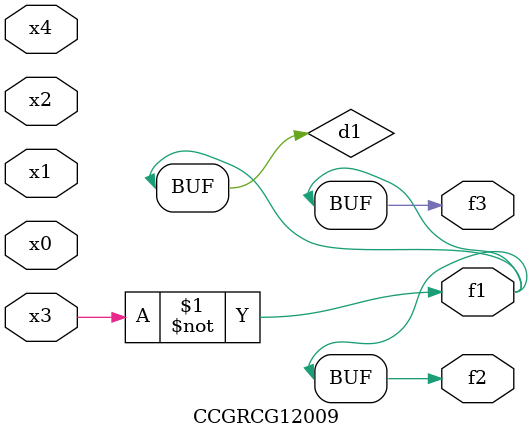
<source format=v>
module CCGRCG12009(
	input x0, x1, x2, x3, x4,
	output f1, f2, f3
);

	wire d1, d2;

	xnor (d1, x3);
	not (d2, x1);
	assign f1 = d1;
	assign f2 = d1;
	assign f3 = d1;
endmodule

</source>
